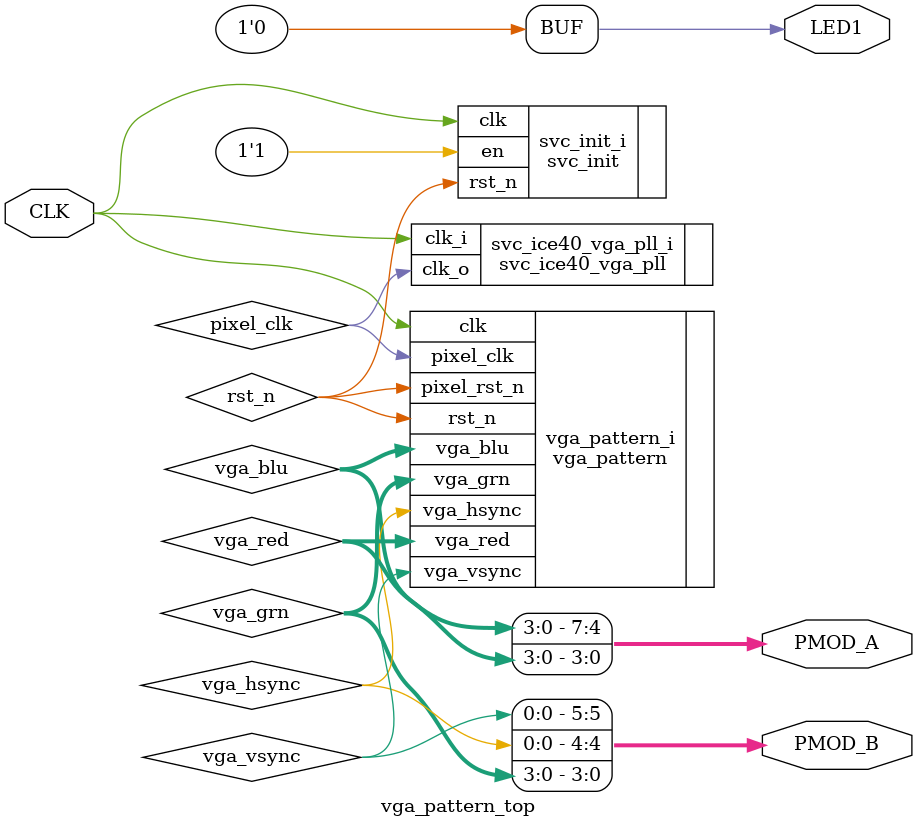
<source format=sv>
`define VGA_MODE_640_480_60

`include "svc.sv"
`include "svc_init.sv"
`include "svc_ice40_vga_mode.sv"
`include "svc_ice40_vga_pll.sv"

`include "vga_pattern.sv"

module vga_pattern_top #(
    localparam COLOR_WIDTH = 4
) (
    input  logic CLK,
    output logic LED1,

    // output vga to pmod e/f
    output logic [7:0] PMOD_A,
    output logic [5:0] PMOD_B
);
  logic                   pixel_clk;
  logic                   rst_n;

  logic [COLOR_WIDTH-1:0] vga_red;
  logic [COLOR_WIDTH-1:0] vga_grn;
  logic [COLOR_WIDTH-1:0] vga_blu;
  logic                   vga_hsync;
  logic                   vga_vsync;

  svc_ice40_vga_pll svc_ice40_vga_pll_i (
      .clk_i(CLK),
      .clk_o(pixel_clk)
  );

  svc_init svc_init_i (
      .clk  (CLK),
      .en   (1'b1),
      .rst_n(rst_n)
  );

  vga_pattern #(
      .COLOR_WIDTH(COLOR_WIDTH)
  ) vga_pattern_i (
      .clk  (CLK),
      .rst_n(rst_n),

      .pixel_clk  (pixel_clk),
      .pixel_rst_n(rst_n),

      .vga_red  (vga_red),
      .vga_grn  (vga_grn),
      .vga_blu  (vga_blu),
      .vga_hsync(vga_hsync),
      .vga_vsync(vga_vsync)
  );

  assign LED1        = 1'b0;

  // digilent vga pmod pinout
  assign PMOD_A[3:0] = vga_red;
  assign PMOD_B[3:0] = vga_grn;
  assign PMOD_A[7:4] = vga_blu;
  assign PMOD_B[4]   = vga_hsync;
  assign PMOD_B[5]   = vga_vsync;
  // assign PMOD_B[6]   = 1'b0;
  // assign PMOD_B[7]   = 1'b0;

endmodule

</source>
